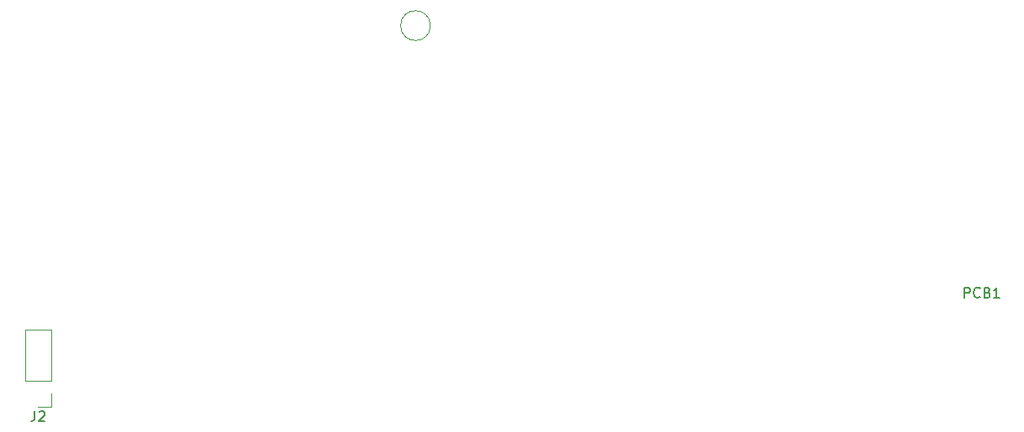
<source format=gbr>
%TF.GenerationSoftware,KiCad,Pcbnew,(6.0.2)*%
%TF.CreationDate,2022-03-24T17:37:40-04:00*%
%TF.ProjectId,OOPS-All-Knobs,4f4f5053-2d41-46c6-9c2d-4b6e6f62732e,rev?*%
%TF.SameCoordinates,Original*%
%TF.FileFunction,Legend,Top*%
%TF.FilePolarity,Positive*%
%FSLAX46Y46*%
G04 Gerber Fmt 4.6, Leading zero omitted, Abs format (unit mm)*
G04 Created by KiCad (PCBNEW (6.0.2)) date 2022-03-24 17:37:40*
%MOMM*%
%LPD*%
G01*
G04 APERTURE LIST*
%ADD10C,0.150000*%
%ADD11C,0.120000*%
G04 APERTURE END LIST*
D10*
%TO.C,PCB1*%
X136761904Y-56952380D02*
X136761904Y-55952380D01*
X137142857Y-55952380D01*
X137238095Y-56000000D01*
X137285714Y-56047619D01*
X137333333Y-56142857D01*
X137333333Y-56285714D01*
X137285714Y-56380952D01*
X137238095Y-56428571D01*
X137142857Y-56476190D01*
X136761904Y-56476190D01*
X138333333Y-56857142D02*
X138285714Y-56904761D01*
X138142857Y-56952380D01*
X138047619Y-56952380D01*
X137904761Y-56904761D01*
X137809523Y-56809523D01*
X137761904Y-56714285D01*
X137714285Y-56523809D01*
X137714285Y-56380952D01*
X137761904Y-56190476D01*
X137809523Y-56095238D01*
X137904761Y-56000000D01*
X138047619Y-55952380D01*
X138142857Y-55952380D01*
X138285714Y-56000000D01*
X138333333Y-56047619D01*
X139095238Y-56428571D02*
X139238095Y-56476190D01*
X139285714Y-56523809D01*
X139333333Y-56619047D01*
X139333333Y-56761904D01*
X139285714Y-56857142D01*
X139238095Y-56904761D01*
X139142857Y-56952380D01*
X138761904Y-56952380D01*
X138761904Y-55952380D01*
X139095238Y-55952380D01*
X139190476Y-56000000D01*
X139238095Y-56047619D01*
X139285714Y-56142857D01*
X139285714Y-56238095D01*
X139238095Y-56333333D01*
X139190476Y-56380952D01*
X139095238Y-56428571D01*
X138761904Y-56428571D01*
X140285714Y-56952380D02*
X139714285Y-56952380D01*
X140000000Y-56952380D02*
X140000000Y-55952380D01*
X139904761Y-56095238D01*
X139809523Y-56190476D01*
X139714285Y-56238095D01*
%TO.C,J2*%
X43166666Y-68407380D02*
X43166666Y-69121666D01*
X43119047Y-69264523D01*
X43023809Y-69359761D01*
X42880952Y-69407380D01*
X42785714Y-69407380D01*
X43595238Y-68502619D02*
X43642857Y-68455000D01*
X43738095Y-68407380D01*
X43976190Y-68407380D01*
X44071428Y-68455000D01*
X44119047Y-68502619D01*
X44166666Y-68597857D01*
X44166666Y-68693095D01*
X44119047Y-68835952D01*
X43547619Y-69407380D01*
X44166666Y-69407380D01*
D11*
%TO.C,PCB1*%
X83000000Y-29500000D02*
G75*
G03*
X83000000Y-29500000I-1500000J0D01*
G01*
%TO.C,J2*%
X44830000Y-65355000D02*
X42170000Y-65355000D01*
X44830000Y-67955000D02*
X43500000Y-67955000D01*
X44830000Y-66625000D02*
X44830000Y-67955000D01*
X44830000Y-65355000D02*
X44830000Y-60215000D01*
X44830000Y-60215000D02*
X42170000Y-60215000D01*
X42170000Y-65355000D02*
X42170000Y-60215000D01*
%TD*%
M02*

</source>
